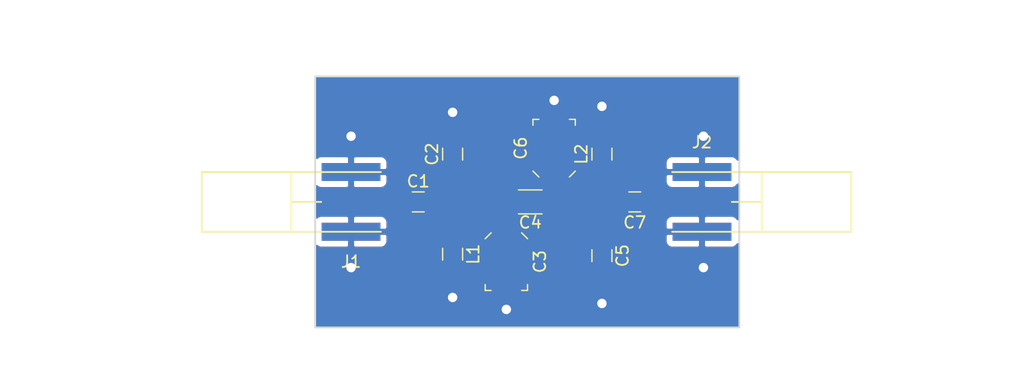
<source format=kicad_pcb>
(kicad_pcb (version 20171130) (host pcbnew "(5.0-dev-4067-g7a57606af)")

  (general
    (thickness 1.6)
    (drawings 13)
    (tracks 10)
    (zones 0)
    (modules 11)
    (nets 6)
  )

  (page A4)
  (layers
    (0 F.Cu signal)
    (31 B.Cu signal)
    (32 B.Adhes user)
    (33 F.Adhes user)
    (34 B.Paste user)
    (35 F.Paste user)
    (36 B.SilkS user)
    (37 F.SilkS user)
    (38 B.Mask user)
    (39 F.Mask user)
    (40 Dwgs.User user)
    (41 Cmts.User user)
    (42 Eco1.User user)
    (43 Eco2.User user)
    (44 Edge.Cuts user)
    (45 Margin user)
    (46 B.CrtYd user)
    (47 F.CrtYd user)
    (48 B.Fab user)
    (49 F.Fab user)
  )

  (setup
    (last_trace_width 0.25)
    (trace_clearance 0.2)
    (zone_clearance 0.508)
    (zone_45_only no)
    (trace_min 0.2)
    (segment_width 0.2)
    (edge_width 0.15)
    (via_size 0.8)
    (via_drill 0.4)
    (via_min_size 0.4)
    (via_min_drill 0.3)
    (user_via 1.2 0.8)
    (uvia_size 0.3)
    (uvia_drill 0.1)
    (uvias_allowed no)
    (uvia_min_size 0.2)
    (uvia_min_drill 0.1)
    (pcb_text_width 0.3)
    (pcb_text_size 1.5 1.5)
    (mod_edge_width 0.15)
    (mod_text_size 1 1)
    (mod_text_width 0.15)
    (pad_size 1.524 1.524)
    (pad_drill 0.762)
    (pad_to_mask_clearance 0.2)
    (aux_axis_origin 0 0)
    (visible_elements FFFFFF7F)
    (pcbplotparams
      (layerselection 0x00000_7fffffff)
      (usegerberextensions false)
      (usegerberattributes false)
      (usegerberadvancedattributes false)
      (creategerberjobfile false)
      (excludeedgelayer true)
      (linewidth 0.100000)
      (plotframeref false)
      (viasonmask false)
      (mode 1)
      (useauxorigin false)
      (hpglpennumber 1)
      (hpglpenspeed 20)
      (hpglpendiameter 15)
      (psnegative false)
      (psa4output false)
      (plotreference true)
      (plotvalue true)
      (plotinvisibletext false)
      (padsonsilk false)
      (subtractmaskfromsilk false)
      (outputformat 4)
      (mirror true)
      (drillshape 2)
      (scaleselection 1)
      (outputdirectory plot/))
  )

  (net 0 "")
  (net 1 "Net-(C1-Pad1)")
  (net 2 GND)
  (net 3 "Net-(C7-Pad1)")
  (net 4 "Net-(C1-Pad2)")
  (net 5 "Net-(C4-Pad1)")

  (net_class Default "This is the default net class."
    (clearance 0.2)
    (trace_width 0.25)
    (via_dia 0.8)
    (via_drill 0.4)
    (uvia_dia 0.3)
    (uvia_drill 0.1)
    (add_net GND)
    (add_net "Net-(C1-Pad1)")
    (add_net "Net-(C1-Pad2)")
    (add_net "Net-(C4-Pad1)")
    (add_net "Net-(C7-Pad1)")
  )

  (module lib:SMA-boardedge (layer F.Cu) (tedit 5A9ABCDF) (tstamp 5AABADD0)
    (at 106.045 91.44 180)
    (path /5A90C91C)
    (fp_text reference J2 (at 0 7.62 180) (layer F.SilkS)
      (effects (font (size 1 1) (thickness 0.15)))
    )
    (fp_text value Conn_Coaxial (at 0 -2.54 180) (layer F.Fab)
      (effects (font (size 1 1) (thickness 0.15)))
    )
    (fp_line (start -12.7 5.08) (end -5.08 5.08) (layer F.SilkS) (width 0.15))
    (fp_line (start -12.7 0) (end -12.7 5.08) (layer F.SilkS) (width 0.15))
    (fp_line (start -5.08 0) (end -12.7 0) (layer F.SilkS) (width 0.15))
    (fp_line (start -2.54 2.54) (end -5.08 2.54) (layer F.SilkS) (width 0.15))
    (fp_line (start -5.08 5.08) (end 2.54 5.08) (layer F.SilkS) (width 0.15))
    (fp_line (start -5.08 0) (end -5.08 5.08) (layer F.SilkS) (width 0.15))
    (fp_line (start 2.54 0) (end -5.08 0) (layer F.SilkS) (width 0.15))
    (pad 2 smd rect (at 0 0 180) (size 5 1.524) (layers B.Cu F.Paste F.Mask)
      (net 2 GND))
    (pad 2 smd rect (at 0 5.08 180) (size 5 1.524) (layers B.Cu F.Paste F.Mask)
      (net 2 GND))
    (pad 2 smd rect (at 0 0 180) (size 5 1.524) (layers F.Cu F.Paste F.Mask)
      (net 2 GND))
    (pad 2 smd rect (at 0 5.08 180) (size 5 1.524) (layers F.Cu F.Paste F.Mask)
      (net 2 GND))
    (pad 1 smd rect (at 0 2.54 180) (size 5 1.524) (layers F.Cu F.Paste F.Mask)
      (net 3 "Net-(C7-Pad1)"))
  )

  (module lib:SMA-boardedge (layer F.Cu) (tedit 5A9ABCDF) (tstamp 5AABADC1)
    (at 76.2 86.36)
    (path /5A908D1D)
    (fp_text reference J1 (at 0 7.62) (layer F.SilkS)
      (effects (font (size 1 1) (thickness 0.15)))
    )
    (fp_text value Conn_Coaxial (at 0 -2.54) (layer F.Fab)
      (effects (font (size 1 1) (thickness 0.15)))
    )
    (fp_line (start 2.54 0) (end -5.08 0) (layer F.SilkS) (width 0.15))
    (fp_line (start -5.08 0) (end -5.08 5.08) (layer F.SilkS) (width 0.15))
    (fp_line (start -5.08 5.08) (end 2.54 5.08) (layer F.SilkS) (width 0.15))
    (fp_line (start -2.54 2.54) (end -5.08 2.54) (layer F.SilkS) (width 0.15))
    (fp_line (start -5.08 0) (end -12.7 0) (layer F.SilkS) (width 0.15))
    (fp_line (start -12.7 0) (end -12.7 5.08) (layer F.SilkS) (width 0.15))
    (fp_line (start -12.7 5.08) (end -5.08 5.08) (layer F.SilkS) (width 0.15))
    (pad 1 smd rect (at 0 2.54) (size 5 1.524) (layers F.Cu F.Paste F.Mask)
      (net 1 "Net-(C1-Pad1)"))
    (pad 2 smd rect (at 0 5.08) (size 5 1.524) (layers F.Cu F.Paste F.Mask)
      (net 2 GND))
    (pad 2 smd rect (at 0 0) (size 5 1.524) (layers F.Cu F.Paste F.Mask)
      (net 2 GND))
    (pad 2 smd rect (at 0 5.08) (size 5 1.524) (layers B.Cu F.Paste F.Mask)
      (net 2 GND))
    (pad 2 smd rect (at 0 0) (size 5 1.524) (layers B.Cu F.Paste F.Mask)
      (net 2 GND))
  )

  (module Capacitors_SMD:C_0805_HandSoldering (layer F.Cu) (tedit 58AA84A8) (tstamp 5A90D098)
    (at 97.536 84.836 90)
    (descr "Capacitor SMD 0805, hand soldering")
    (tags "capacitor 0805")
    (path /5A909D8A)
    (attr smd)
    (fp_text reference L2 (at 0 -1.75 90) (layer F.SilkS)
      (effects (font (size 1 1) (thickness 0.15)))
    )
    (fp_text value 64nH (at 0 1.75 90) (layer F.Fab)
      (effects (font (size 1 1) (thickness 0.15)))
    )
    (fp_line (start 2.25 0.87) (end -2.25 0.87) (layer F.CrtYd) (width 0.05))
    (fp_line (start 2.25 0.87) (end 2.25 -0.88) (layer F.CrtYd) (width 0.05))
    (fp_line (start -2.25 -0.88) (end -2.25 0.87) (layer F.CrtYd) (width 0.05))
    (fp_line (start -2.25 -0.88) (end 2.25 -0.88) (layer F.CrtYd) (width 0.05))
    (fp_line (start -0.5 0.85) (end 0.5 0.85) (layer F.SilkS) (width 0.12))
    (fp_line (start 0.5 -0.85) (end -0.5 -0.85) (layer F.SilkS) (width 0.12))
    (fp_line (start -1 -0.62) (end 1 -0.62) (layer F.Fab) (width 0.1))
    (fp_line (start 1 -0.62) (end 1 0.62) (layer F.Fab) (width 0.1))
    (fp_line (start 1 0.62) (end -1 0.62) (layer F.Fab) (width 0.1))
    (fp_line (start -1 0.62) (end -1 -0.62) (layer F.Fab) (width 0.1))
    (fp_text user %R (at 0 -1.75 90) (layer F.Fab)
      (effects (font (size 1 1) (thickness 0.15)))
    )
    (pad 2 smd rect (at 1.25 0 90) (size 1.5 1.25) (layers F.Cu F.Paste F.Mask)
      (net 2 GND))
    (pad 1 smd rect (at -1.25 0 90) (size 1.5 1.25) (layers F.Cu F.Paste F.Mask)
      (net 5 "Net-(C4-Pad1)"))
    (model Capacitors_SMD.3dshapes/C_0805.wrl
      (at (xyz 0 0 0))
      (scale (xyz 1 1 1))
      (rotate (xyz 0 0 0))
    )
  )

  (module Capacitors_SMD:C_0805_HandSoldering (layer F.Cu) (tedit 58AA84A8) (tstamp 5A90D49B)
    (at 84.836 93.345 270)
    (descr "Capacitor SMD 0805, hand soldering")
    (tags "capacitor 0805")
    (path /5A9089AA)
    (attr smd)
    (fp_text reference L1 (at 0 -1.75 270) (layer F.SilkS)
      (effects (font (size 1 1) (thickness 0.15)))
    )
    (fp_text value 64nH (at 0 1.75 270) (layer F.Fab)
      (effects (font (size 1 1) (thickness 0.15)))
    )
    (fp_text user %R (at 0 -1.75 270) (layer F.Fab)
      (effects (font (size 1 1) (thickness 0.15)))
    )
    (fp_line (start -1 0.62) (end -1 -0.62) (layer F.Fab) (width 0.1))
    (fp_line (start 1 0.62) (end -1 0.62) (layer F.Fab) (width 0.1))
    (fp_line (start 1 -0.62) (end 1 0.62) (layer F.Fab) (width 0.1))
    (fp_line (start -1 -0.62) (end 1 -0.62) (layer F.Fab) (width 0.1))
    (fp_line (start 0.5 -0.85) (end -0.5 -0.85) (layer F.SilkS) (width 0.12))
    (fp_line (start -0.5 0.85) (end 0.5 0.85) (layer F.SilkS) (width 0.12))
    (fp_line (start -2.25 -0.88) (end 2.25 -0.88) (layer F.CrtYd) (width 0.05))
    (fp_line (start -2.25 -0.88) (end -2.25 0.87) (layer F.CrtYd) (width 0.05))
    (fp_line (start 2.25 0.87) (end 2.25 -0.88) (layer F.CrtYd) (width 0.05))
    (fp_line (start 2.25 0.87) (end -2.25 0.87) (layer F.CrtYd) (width 0.05))
    (pad 1 smd rect (at -1.25 0 270) (size 1.5 1.25) (layers F.Cu F.Paste F.Mask)
      (net 4 "Net-(C1-Pad2)"))
    (pad 2 smd rect (at 1.25 0 270) (size 1.5 1.25) (layers F.Cu F.Paste F.Mask)
      (net 2 GND))
    (model Capacitors_SMD.3dshapes/C_0805.wrl
      (at (xyz 0 0 0))
      (scale (xyz 1 1 1))
      (rotate (xyz 0 0 0))
    )
  )

  (module Capacitors_SMD:C_0805_HandSoldering (layer F.Cu) (tedit 58AA84A8) (tstamp 5A90D076)
    (at 100.33 88.9 180)
    (descr "Capacitor SMD 0805, hand soldering")
    (tags "capacitor 0805")
    (path /5A909DA6)
    (attr smd)
    (fp_text reference C7 (at 0 -1.75 180) (layer F.SilkS)
      (effects (font (size 1 1) (thickness 0.15)))
    )
    (fp_text value 4.7pF (at 0 1.75 180) (layer F.Fab)
      (effects (font (size 1 1) (thickness 0.15)))
    )
    (fp_line (start 2.25 0.87) (end -2.25 0.87) (layer F.CrtYd) (width 0.05))
    (fp_line (start 2.25 0.87) (end 2.25 -0.88) (layer F.CrtYd) (width 0.05))
    (fp_line (start -2.25 -0.88) (end -2.25 0.87) (layer F.CrtYd) (width 0.05))
    (fp_line (start -2.25 -0.88) (end 2.25 -0.88) (layer F.CrtYd) (width 0.05))
    (fp_line (start -0.5 0.85) (end 0.5 0.85) (layer F.SilkS) (width 0.12))
    (fp_line (start 0.5 -0.85) (end -0.5 -0.85) (layer F.SilkS) (width 0.12))
    (fp_line (start -1 -0.62) (end 1 -0.62) (layer F.Fab) (width 0.1))
    (fp_line (start 1 -0.62) (end 1 0.62) (layer F.Fab) (width 0.1))
    (fp_line (start 1 0.62) (end -1 0.62) (layer F.Fab) (width 0.1))
    (fp_line (start -1 0.62) (end -1 -0.62) (layer F.Fab) (width 0.1))
    (fp_text user %R (at 0 -1.75 180) (layer F.Fab)
      (effects (font (size 1 1) (thickness 0.15)))
    )
    (pad 2 smd rect (at 1.25 0 180) (size 1.5 1.25) (layers F.Cu F.Paste F.Mask)
      (net 5 "Net-(C4-Pad1)"))
    (pad 1 smd rect (at -1.25 0 180) (size 1.5 1.25) (layers F.Cu F.Paste F.Mask)
      (net 3 "Net-(C7-Pad1)"))
    (model Capacitors_SMD.3dshapes/C_0805.wrl
      (at (xyz 0 0 0))
      (scale (xyz 1 1 1))
      (rotate (xyz 0 0 0))
    )
  )

  (module Capacitors_SMD:C_0805_HandSoldering (layer F.Cu) (tedit 58AA84A8) (tstamp 5A90D414)
    (at 97.536 93.472 270)
    (descr "Capacitor SMD 0805, hand soldering")
    (tags "capacitor 0805")
    (path /5A909D83)
    (attr smd)
    (fp_text reference C5 (at 0 -1.75 270) (layer F.SilkS)
      (effects (font (size 1 1) (thickness 0.15)))
    )
    (fp_text value 10pF (at 0 1.75 270) (layer F.Fab)
      (effects (font (size 1 1) (thickness 0.15)))
    )
    (fp_text user %R (at 0 -1.75 270) (layer F.Fab)
      (effects (font (size 1 1) (thickness 0.15)))
    )
    (fp_line (start -1 0.62) (end -1 -0.62) (layer F.Fab) (width 0.1))
    (fp_line (start 1 0.62) (end -1 0.62) (layer F.Fab) (width 0.1))
    (fp_line (start 1 -0.62) (end 1 0.62) (layer F.Fab) (width 0.1))
    (fp_line (start -1 -0.62) (end 1 -0.62) (layer F.Fab) (width 0.1))
    (fp_line (start 0.5 -0.85) (end -0.5 -0.85) (layer F.SilkS) (width 0.12))
    (fp_line (start -0.5 0.85) (end 0.5 0.85) (layer F.SilkS) (width 0.12))
    (fp_line (start -2.25 -0.88) (end 2.25 -0.88) (layer F.CrtYd) (width 0.05))
    (fp_line (start -2.25 -0.88) (end -2.25 0.87) (layer F.CrtYd) (width 0.05))
    (fp_line (start 2.25 0.87) (end 2.25 -0.88) (layer F.CrtYd) (width 0.05))
    (fp_line (start 2.25 0.87) (end -2.25 0.87) (layer F.CrtYd) (width 0.05))
    (pad 1 smd rect (at -1.25 0 270) (size 1.5 1.25) (layers F.Cu F.Paste F.Mask)
      (net 5 "Net-(C4-Pad1)"))
    (pad 2 smd rect (at 1.25 0 270) (size 1.5 1.25) (layers F.Cu F.Paste F.Mask)
      (net 2 GND))
    (model Capacitors_SMD.3dshapes/C_0805.wrl
      (at (xyz 0 0 0))
      (scale (xyz 1 1 1))
      (rotate (xyz 0 0 0))
    )
  )

  (module Capacitors_SMD:C_0805_HandSoldering (layer F.Cu) (tedit 58AA84A8) (tstamp 5A90D054)
    (at 84.836 84.836 90)
    (descr "Capacitor SMD 0805, hand soldering")
    (tags "capacitor 0805")
    (path /5A908668)
    (attr smd)
    (fp_text reference C2 (at 0 -1.75 90) (layer F.SilkS)
      (effects (font (size 1 1) (thickness 0.15)))
    )
    (fp_text value 10pF (at 0 1.75 90) (layer F.Fab)
      (effects (font (size 1 1) (thickness 0.15)))
    )
    (fp_line (start 2.25 0.87) (end -2.25 0.87) (layer F.CrtYd) (width 0.05))
    (fp_line (start 2.25 0.87) (end 2.25 -0.88) (layer F.CrtYd) (width 0.05))
    (fp_line (start -2.25 -0.88) (end -2.25 0.87) (layer F.CrtYd) (width 0.05))
    (fp_line (start -2.25 -0.88) (end 2.25 -0.88) (layer F.CrtYd) (width 0.05))
    (fp_line (start -0.5 0.85) (end 0.5 0.85) (layer F.SilkS) (width 0.12))
    (fp_line (start 0.5 -0.85) (end -0.5 -0.85) (layer F.SilkS) (width 0.12))
    (fp_line (start -1 -0.62) (end 1 -0.62) (layer F.Fab) (width 0.1))
    (fp_line (start 1 -0.62) (end 1 0.62) (layer F.Fab) (width 0.1))
    (fp_line (start 1 0.62) (end -1 0.62) (layer F.Fab) (width 0.1))
    (fp_line (start -1 0.62) (end -1 -0.62) (layer F.Fab) (width 0.1))
    (fp_text user %R (at 0 -1.75 90) (layer F.Fab)
      (effects (font (size 1 1) (thickness 0.15)))
    )
    (pad 2 smd rect (at 1.25 0 90) (size 1.5 1.25) (layers F.Cu F.Paste F.Mask)
      (net 2 GND))
    (pad 1 smd rect (at -1.25 0 90) (size 1.5 1.25) (layers F.Cu F.Paste F.Mask)
      (net 4 "Net-(C1-Pad2)"))
    (model Capacitors_SMD.3dshapes/C_0805.wrl
      (at (xyz 0 0 0))
      (scale (xyz 1 1 1))
      (rotate (xyz 0 0 0))
    )
  )

  (module Capacitors_SMD:C_0805_HandSoldering (layer F.Cu) (tedit 58AA84A8) (tstamp 5A90D043)
    (at 81.915 88.9)
    (descr "Capacitor SMD 0805, hand soldering")
    (tags "capacitor 0805")
    (path /5A9093E9)
    (attr smd)
    (fp_text reference C1 (at 0 -1.75) (layer F.SilkS)
      (effects (font (size 1 1) (thickness 0.15)))
    )
    (fp_text value 4.7pF (at 0 1.75) (layer F.Fab)
      (effects (font (size 1 1) (thickness 0.15)))
    )
    (fp_text user %R (at 0 -1.75) (layer F.Fab)
      (effects (font (size 1 1) (thickness 0.15)))
    )
    (fp_line (start -1 0.62) (end -1 -0.62) (layer F.Fab) (width 0.1))
    (fp_line (start 1 0.62) (end -1 0.62) (layer F.Fab) (width 0.1))
    (fp_line (start 1 -0.62) (end 1 0.62) (layer F.Fab) (width 0.1))
    (fp_line (start -1 -0.62) (end 1 -0.62) (layer F.Fab) (width 0.1))
    (fp_line (start 0.5 -0.85) (end -0.5 -0.85) (layer F.SilkS) (width 0.12))
    (fp_line (start -0.5 0.85) (end 0.5 0.85) (layer F.SilkS) (width 0.12))
    (fp_line (start -2.25 -0.88) (end 2.25 -0.88) (layer F.CrtYd) (width 0.05))
    (fp_line (start -2.25 -0.88) (end -2.25 0.87) (layer F.CrtYd) (width 0.05))
    (fp_line (start 2.25 0.87) (end 2.25 -0.88) (layer F.CrtYd) (width 0.05))
    (fp_line (start 2.25 0.87) (end -2.25 0.87) (layer F.CrtYd) (width 0.05))
    (pad 1 smd rect (at -1.25 0) (size 1.5 1.25) (layers F.Cu F.Paste F.Mask)
      (net 1 "Net-(C1-Pad1)"))
    (pad 2 smd rect (at 1.25 0) (size 1.5 1.25) (layers F.Cu F.Paste F.Mask)
      (net 4 "Net-(C1-Pad2)"))
    (model Capacitors_SMD.3dshapes/C_0805.wrl
      (at (xyz 0 0 0))
      (scale (xyz 1 1 1))
      (rotate (xyz 0 0 0))
    )
  )

  (module Capacitors_SMD:C_1206_HandSoldering (layer F.Cu) (tedit 58AA84D1) (tstamp 5A90D032)
    (at 91.44 88.9 180)
    (descr "Capacitor SMD 1206, hand soldering")
    (tags "capacitor 1206")
    (path /5A90920D)
    (attr smd)
    (fp_text reference C4 (at 0 -1.75 180) (layer F.SilkS)
      (effects (font (size 1 1) (thickness 0.15)))
    )
    (fp_text value 1pF (at 0 2 180) (layer F.Fab)
      (effects (font (size 1 1) (thickness 0.15)))
    )
    (fp_text user %R (at 0 -1.75 180) (layer F.Fab)
      (effects (font (size 1 1) (thickness 0.15)))
    )
    (fp_line (start -1.6 0.8) (end -1.6 -0.8) (layer F.Fab) (width 0.1))
    (fp_line (start 1.6 0.8) (end -1.6 0.8) (layer F.Fab) (width 0.1))
    (fp_line (start 1.6 -0.8) (end 1.6 0.8) (layer F.Fab) (width 0.1))
    (fp_line (start -1.6 -0.8) (end 1.6 -0.8) (layer F.Fab) (width 0.1))
    (fp_line (start 1 -1.02) (end -1 -1.02) (layer F.SilkS) (width 0.12))
    (fp_line (start -1 1.02) (end 1 1.02) (layer F.SilkS) (width 0.12))
    (fp_line (start -3.25 -1.05) (end 3.25 -1.05) (layer F.CrtYd) (width 0.05))
    (fp_line (start -3.25 -1.05) (end -3.25 1.05) (layer F.CrtYd) (width 0.05))
    (fp_line (start 3.25 1.05) (end 3.25 -1.05) (layer F.CrtYd) (width 0.05))
    (fp_line (start 3.25 1.05) (end -3.25 1.05) (layer F.CrtYd) (width 0.05))
    (pad 1 smd rect (at -2 0 180) (size 2 1.6) (layers F.Cu F.Paste F.Mask)
      (net 5 "Net-(C4-Pad1)"))
    (pad 2 smd rect (at 2 0 180) (size 2 1.6) (layers F.Cu F.Paste F.Mask)
      (net 4 "Net-(C1-Pad2)"))
    (model Capacitors_SMD.3dshapes/C_1206.wrl
      (at (xyz 0 0 0))
      (scale (xyz 1 1 1))
      (rotate (xyz 0 0 0))
    )
  )

  (module Capacitors_SMD:C_Trimmer_Murata_TZC3 (layer F.Cu) (tedit 590DA842) (tstamp 5A90D021)
    (at 93.472 84.328 90)
    (descr "trimmer capacitor SMD horizontal, http://www.murata.com/~/media/webrenewal/support/library/catalog/products/capacitor/trimmer/t13e.ashx?la=en-gb")
    (tags " Murata TZC3")
    (path /5A909D7C)
    (attr smd)
    (fp_text reference C6 (at 0 -2.85 90) (layer F.SilkS)
      (effects (font (size 1 1) (thickness 0.15)))
    )
    (fp_text value 2-6pF (at 0 2.85 90) (layer F.Fab)
      (effects (font (size 1 1) (thickness 0.15)))
    )
    (fp_text user %R (at 0 0 90) (layer F.Fab)
      (effects (font (size 0.5 0.5) (thickness 0.05)))
    )
    (fp_line (start 2.75 -1.85) (end -2.75 -1.85) (layer F.CrtYd) (width 0.05))
    (fp_line (start 2.75 1.85) (end 2.75 -1.85) (layer F.CrtYd) (width 0.05))
    (fp_line (start -2.75 1.85) (end 2.75 1.85) (layer F.CrtYd) (width 0.05))
    (fp_line (start -2.75 -1.85) (end -2.75 1.85) (layer F.CrtYd) (width 0.05))
    (fp_line (start 2.45 1.8) (end 2.45 1.3) (layer F.SilkS) (width 0.12))
    (fp_line (start 2.45 1.8) (end 1.95 1.8) (layer F.SilkS) (width 0.12))
    (fp_line (start 2.45 -1.8) (end 2.45 -1.3) (layer F.SilkS) (width 0.12))
    (fp_line (start 2.45 -1.8) (end 1.95 -1.8) (layer F.SilkS) (width 0.12))
    (fp_line (start -2.45 1.3) (end -1.95 1.8) (layer F.SilkS) (width 0.12))
    (fp_line (start -2.45 -1.3) (end -1.95 -1.8) (layer F.SilkS) (width 0.12))
    (fp_line (start -2.25 -1) (end -1.95 -1.3) (layer F.Fab) (width 0.1))
    (fp_line (start -2.25 1) (end -2.25 -1) (layer F.Fab) (width 0.1))
    (fp_line (start -1.95 1.3) (end -2.25 1) (layer F.Fab) (width 0.1))
    (fp_line (start -1.65 1.6) (end -1.95 1.3) (layer F.Fab) (width 0.1))
    (fp_line (start 2.24 1.6) (end -1.65 1.6) (layer F.Fab) (width 0.1))
    (fp_line (start 2.25 1.6) (end 2.24 1.6) (layer F.Fab) (width 0.1))
    (fp_line (start 2.25 1.59) (end 2.25 1.6) (layer F.Fab) (width 0.1))
    (fp_line (start 2.25 -1.59) (end 2.25 1.59) (layer F.Fab) (width 0.1))
    (fp_line (start 2.25 -1.6) (end 2.25 -1.59) (layer F.Fab) (width 0.1))
    (fp_line (start 2.24 -1.6) (end 2.25 -1.6) (layer F.Fab) (width 0.1))
    (fp_line (start -1.65 -1.6) (end 2.24 -1.6) (layer F.Fab) (width 0.1))
    (fp_line (start -1.95 -1.3) (end -1.65 -1.6) (layer F.Fab) (width 0.1))
    (fp_circle (center 0 0) (end 1.6 0) (layer F.Fab) (width 0.1))
    (pad 2 smd rect (at 2.075 0 90) (size 0.85 1) (layers F.Cu F.Paste F.Mask)
      (net 2 GND))
    (pad 1 smd rect (at -2.075 0 90) (size 0.85 1) (layers F.Cu F.Paste F.Mask)
      (net 5 "Net-(C4-Pad1)"))
    (model ${KISYS3DMOD}/Capacitors_SMD.3dshapes/C_Trimmer_Murata_TZC3.wrl
      (at (xyz 0 0 0))
      (scale (xyz 1 1 1))
      (rotate (xyz 0 0 0))
    )
  )

  (module Capacitors_SMD:C_Trimmer_Murata_TZC3 (layer F.Cu) (tedit 590DA842) (tstamp 5AABB15C)
    (at 89.408 93.98 270)
    (descr "trimmer capacitor SMD horizontal, http://www.murata.com/~/media/webrenewal/support/library/catalog/products/capacitor/trimmer/t13e.ashx?la=en-gb")
    (tags " Murata TZC3")
    (path /5A90853C)
    (attr smd)
    (fp_text reference C3 (at 0 -2.85 270) (layer F.SilkS)
      (effects (font (size 1 1) (thickness 0.15)))
    )
    (fp_text value 2-6pF (at 0 2.85 270) (layer F.Fab)
      (effects (font (size 1 1) (thickness 0.15)))
    )
    (fp_circle (center 0 0) (end 1.6 0) (layer F.Fab) (width 0.1))
    (fp_line (start -1.95 -1.3) (end -1.65 -1.6) (layer F.Fab) (width 0.1))
    (fp_line (start -1.65 -1.6) (end 2.24 -1.6) (layer F.Fab) (width 0.1))
    (fp_line (start 2.24 -1.6) (end 2.25 -1.6) (layer F.Fab) (width 0.1))
    (fp_line (start 2.25 -1.6) (end 2.25 -1.59) (layer F.Fab) (width 0.1))
    (fp_line (start 2.25 -1.59) (end 2.25 1.59) (layer F.Fab) (width 0.1))
    (fp_line (start 2.25 1.59) (end 2.25 1.6) (layer F.Fab) (width 0.1))
    (fp_line (start 2.25 1.6) (end 2.24 1.6) (layer F.Fab) (width 0.1))
    (fp_line (start 2.24 1.6) (end -1.65 1.6) (layer F.Fab) (width 0.1))
    (fp_line (start -1.65 1.6) (end -1.95 1.3) (layer F.Fab) (width 0.1))
    (fp_line (start -1.95 1.3) (end -2.25 1) (layer F.Fab) (width 0.1))
    (fp_line (start -2.25 1) (end -2.25 -1) (layer F.Fab) (width 0.1))
    (fp_line (start -2.25 -1) (end -1.95 -1.3) (layer F.Fab) (width 0.1))
    (fp_line (start -2.45 -1.3) (end -1.95 -1.8) (layer F.SilkS) (width 0.12))
    (fp_line (start -2.45 1.3) (end -1.95 1.8) (layer F.SilkS) (width 0.12))
    (fp_line (start 2.45 -1.8) (end 1.95 -1.8) (layer F.SilkS) (width 0.12))
    (fp_line (start 2.45 -1.8) (end 2.45 -1.3) (layer F.SilkS) (width 0.12))
    (fp_line (start 2.45 1.8) (end 1.95 1.8) (layer F.SilkS) (width 0.12))
    (fp_line (start 2.45 1.8) (end 2.45 1.3) (layer F.SilkS) (width 0.12))
    (fp_line (start -2.75 -1.85) (end -2.75 1.85) (layer F.CrtYd) (width 0.05))
    (fp_line (start -2.75 1.85) (end 2.75 1.85) (layer F.CrtYd) (width 0.05))
    (fp_line (start 2.75 1.85) (end 2.75 -1.85) (layer F.CrtYd) (width 0.05))
    (fp_line (start 2.75 -1.85) (end -2.75 -1.85) (layer F.CrtYd) (width 0.05))
    (fp_text user %R (at 0 0 270) (layer F.Fab)
      (effects (font (size 0.5 0.5) (thickness 0.05)))
    )
    (pad 1 smd rect (at -2.075 0 270) (size 0.85 1) (layers F.Cu F.Paste F.Mask)
      (net 4 "Net-(C1-Pad2)"))
    (pad 2 smd rect (at 2.075 0 270) (size 0.85 1) (layers F.Cu F.Paste F.Mask)
      (net 2 GND))
    (model ${KISYS3DMOD}/Capacitors_SMD.3dshapes/C_Trimmer_Murata_TZC3.wrl
      (at (xyz 0 0 0))
      (scale (xyz 1 1 1))
      (rotate (xyz 0 0 0))
    )
  )

  (gr_line (start 73.152 78.232) (end 73.152 99.568) (layer Edge.Cuts) (width 0.15))
  (gr_line (start 109.22 99.568) (end 73.152 99.568) (layer Edge.Cuts) (width 0.15))
  (gr_line (start 109.22 78.232) (end 109.22 99.568) (layer Edge.Cuts) (width 0.15))
  (gr_line (start 73.152 78.232) (end 109.22 78.232) (layer Edge.Cuts) (width 0.15))
  (gr_line (start 73.025 99.695) (end 109.22 99.695) (layer Cmts.User) (width 0.2))
  (gr_line (start 73.025 78.105) (end 109.22 78.105) (layer Cmts.User) (width 0.2))
  (gr_line (start 109.22 78.105) (end 109.22 101.6) (layer Cmts.User) (width 0.2))
  (gr_line (start 73.025 77.47) (end 73.025 104.14) (layer Cmts.User) (width 0.2))
  (dimension 36.195 (width 0.3) (layer Cmts.User)
    (gr_text "36.195 mm" (at 91.1225 73.58) (layer Cmts.User)
      (effects (font (size 1.5 1.5) (thickness 0.3)))
    )
    (feature1 (pts (xy 109.22 78.105) (xy 109.22 72.23)))
    (feature2 (pts (xy 73.025 78.105) (xy 73.025 72.23)))
    (crossbar (pts (xy 73.025 74.93) (xy 109.22 74.93)))
    (arrow1a (pts (xy 109.22 74.93) (xy 108.093496 75.516421)))
    (arrow1b (pts (xy 109.22 74.93) (xy 108.093496 74.343579)))
    (arrow2a (pts (xy 73.025 74.93) (xy 74.151504 75.516421)))
    (arrow2b (pts (xy 73.025 74.93) (xy 74.151504 74.343579)))
  )
  (dimension 21.59 (width 0.3) (layer Cmts.User)
    (gr_text "21.590 mm" (at 52.625 88.9 270) (layer Cmts.User)
      (effects (font (size 1.5 1.5) (thickness 0.3)))
    )
    (feature1 (pts (xy 58.42 99.695) (xy 51.275 99.695)))
    (feature2 (pts (xy 58.42 78.105) (xy 51.275 78.105)))
    (crossbar (pts (xy 53.975 78.105) (xy 53.975 99.695)))
    (arrow1a (pts (xy 53.975 99.695) (xy 53.388579 98.568496)))
    (arrow1b (pts (xy 53.975 99.695) (xy 54.561421 98.568496)))
    (arrow2a (pts (xy 53.975 78.105) (xy 53.388579 79.231504)))
    (arrow2b (pts (xy 53.975 78.105) (xy 54.561421 79.231504)))
  )
  (dimension 10.795 (width 0.3) (layer Cmts.User)
    (gr_text "10.795 mm" (at 61.515 94.2975 270) (layer Cmts.User)
      (effects (font (size 1.5 1.5) (thickness 0.3)))
    )
    (feature1 (pts (xy 68.58 99.695) (xy 60.165 99.695)))
    (feature2 (pts (xy 68.58 88.9) (xy 60.165 88.9)))
    (crossbar (pts (xy 62.865 88.9) (xy 62.865 99.695)))
    (arrow1a (pts (xy 62.865 99.695) (xy 62.278579 98.568496)))
    (arrow1b (pts (xy 62.865 99.695) (xy 63.451421 98.568496)))
    (arrow2a (pts (xy 62.865 88.9) (xy 62.278579 90.026504)))
    (arrow2b (pts (xy 62.865 88.9) (xy 63.451421 90.026504)))
  )
  (dimension 10.795 (width 0.3) (layer Cmts.User)
    (gr_text "10.795 mm" (at 61.515 83.5025 90) (layer Cmts.User)
      (effects (font (size 1.5 1.5) (thickness 0.3)))
    )
    (feature1 (pts (xy 68.58 78.105) (xy 60.165 78.105)))
    (feature2 (pts (xy 68.58 88.9) (xy 60.165 88.9)))
    (crossbar (pts (xy 62.865 88.9) (xy 62.865 78.105)))
    (arrow1a (pts (xy 62.865 78.105) (xy 63.451421 79.231504)))
    (arrow1b (pts (xy 62.865 78.105) (xy 62.278579 79.231504)))
    (arrow2a (pts (xy 62.865 88.9) (xy 63.451421 87.773496)))
    (arrow2b (pts (xy 62.865 88.9) (xy 62.278579 87.773496)))
  )
  (gr_line (start 133.35 88.9) (end 68.58 88.9) (layer Cmts.User) (width 0.2))

  (via (at 97.536 80.772) (size 1.2) (drill 0.8) (layers F.Cu B.Cu) (net 2))
  (via (at 93.472 80.264) (size 1.2) (drill 0.8) (layers F.Cu B.Cu) (net 2))
  (via (at 84.836 81.28) (size 1.2) (drill 0.8) (layers F.Cu B.Cu) (net 2))
  (via (at 84.836 97.028) (size 1.2) (drill 0.8) (layers F.Cu B.Cu) (net 2))
  (via (at 89.408 98.044) (size 1.2) (drill 0.8) (layers F.Cu B.Cu) (net 2))
  (via (at 97.536 97.536) (size 1.2) (drill 0.8) (layers F.Cu B.Cu) (net 2))
  (via (at 106.172 94.488) (size 1.2) (drill 0.8) (layers F.Cu B.Cu) (net 2))
  (via (at 106.172 83.312) (size 1.2) (drill 0.8) (layers F.Cu B.Cu) (net 2))
  (via (at 76.2 83.312) (size 1.2) (drill 0.8) (layers F.Cu B.Cu) (net 2))
  (via (at 76.2 94.488) (size 1.2) (drill 0.8) (layers F.Cu B.Cu) (net 2))

  (zone (net 4) (net_name "Net-(C1-Pad2)") (layer F.Cu) (tstamp 0) (hatch edge 0.508)
    (connect_pads (clearance 0.508))
    (min_thickness 0.254)
    (fill yes (arc_segments 16) (thermal_gap 0.508) (thermal_bridge_width 0.508))
    (polygon
      (pts
        (xy 82.296 88.9) (xy 82.296 92.964) (xy 90.932 92.964) (xy 90.932 87.884) (xy 86.868 87.884)
        (xy 86.868 85.344) (xy 82.296 85.344)
      )
    )
    (filled_polygon
      (pts
        (xy 83.576 85.80025) (xy 83.73475 85.959) (xy 84.709 85.959) (xy 84.709 85.939) (xy 84.963 85.939)
        (xy 84.963 85.959) (xy 85.93725 85.959) (xy 86.096 85.80025) (xy 86.096 85.471) (xy 86.741 85.471)
        (xy 86.741 87.884) (xy 86.750667 87.932601) (xy 86.778197 87.973803) (xy 86.819399 88.001333) (xy 86.868 88.011)
        (xy 87.805 88.011) (xy 87.805 88.61425) (xy 87.96375 88.773) (xy 89.313 88.773) (xy 89.313 88.753)
        (xy 89.567 88.753) (xy 89.567 88.773) (xy 89.587 88.773) (xy 89.587 89.027) (xy 89.567 89.027)
        (xy 89.567 90.17625) (xy 89.72575 90.335) (xy 90.566309 90.335) (xy 90.799698 90.238327) (xy 90.805 90.233025)
        (xy 90.805 92.837) (xy 90.299026 92.837) (xy 90.446327 92.689698) (xy 90.543 92.456309) (xy 90.543 92.19075)
        (xy 90.38425 92.032) (xy 89.535 92.032) (xy 89.535 92.052) (xy 89.281 92.052) (xy 89.281 92.032)
        (xy 88.43175 92.032) (xy 88.273 92.19075) (xy 88.273 92.456309) (xy 88.369673 92.689698) (xy 88.516974 92.837)
        (xy 86.096 92.837) (xy 86.096 92.38075) (xy 85.93725 92.222) (xy 84.963 92.222) (xy 84.963 92.242)
        (xy 84.709 92.242) (xy 84.709 92.222) (xy 83.73475 92.222) (xy 83.576 92.38075) (xy 83.576 92.837)
        (xy 82.423 92.837) (xy 82.423 91.218691) (xy 83.576 91.218691) (xy 83.576 91.80925) (xy 83.73475 91.968)
        (xy 84.709 91.968) (xy 84.709 90.86875) (xy 84.963 90.86875) (xy 84.963 91.968) (xy 85.93725 91.968)
        (xy 86.096 91.80925) (xy 86.096 91.353691) (xy 88.273 91.353691) (xy 88.273 91.61925) (xy 88.43175 91.778)
        (xy 89.281 91.778) (xy 89.281 91.00375) (xy 89.535 91.00375) (xy 89.535 91.778) (xy 90.38425 91.778)
        (xy 90.543 91.61925) (xy 90.543 91.353691) (xy 90.446327 91.120302) (xy 90.267699 90.941673) (xy 90.03431 90.845)
        (xy 89.69375 90.845) (xy 89.535 91.00375) (xy 89.281 91.00375) (xy 89.12225 90.845) (xy 88.78169 90.845)
        (xy 88.548301 90.941673) (xy 88.369673 91.120302) (xy 88.273 91.353691) (xy 86.096 91.353691) (xy 86.096 91.218691)
        (xy 85.999327 90.985302) (xy 85.820699 90.806673) (xy 85.58731 90.71) (xy 85.12175 90.71) (xy 84.963 90.86875)
        (xy 84.709 90.86875) (xy 84.55025 90.71) (xy 84.08469 90.71) (xy 83.851301 90.806673) (xy 83.672673 90.985302)
        (xy 83.576 91.218691) (xy 82.423 91.218691) (xy 82.423 90.16) (xy 82.87925 90.16) (xy 83.038 90.00125)
        (xy 83.038 89.027) (xy 83.292 89.027) (xy 83.292 90.00125) (xy 83.45075 90.16) (xy 84.041309 90.16)
        (xy 84.274698 90.063327) (xy 84.453327 89.884699) (xy 84.55 89.65131) (xy 84.55 89.18575) (xy 87.805 89.18575)
        (xy 87.805 89.82631) (xy 87.901673 90.059699) (xy 88.080302 90.238327) (xy 88.313691 90.335) (xy 89.15425 90.335)
        (xy 89.313 90.17625) (xy 89.313 89.027) (xy 87.96375 89.027) (xy 87.805 89.18575) (xy 84.55 89.18575)
        (xy 84.39125 89.027) (xy 83.292 89.027) (xy 83.038 89.027) (xy 83.018 89.027) (xy 83.018 88.773)
        (xy 83.038 88.773) (xy 83.038 87.79875) (xy 83.292 87.79875) (xy 83.292 88.773) (xy 84.39125 88.773)
        (xy 84.55 88.61425) (xy 84.55 88.14869) (xy 84.453327 87.915301) (xy 84.274698 87.736673) (xy 84.041309 87.64)
        (xy 83.45075 87.64) (xy 83.292 87.79875) (xy 83.038 87.79875) (xy 82.87925 87.64) (xy 82.423 87.64)
        (xy 82.423 86.37175) (xy 83.576 86.37175) (xy 83.576 86.962309) (xy 83.672673 87.195698) (xy 83.851301 87.374327)
        (xy 84.08469 87.471) (xy 84.55025 87.471) (xy 84.709 87.31225) (xy 84.709 86.213) (xy 84.963 86.213)
        (xy 84.963 87.31225) (xy 85.12175 87.471) (xy 85.58731 87.471) (xy 85.820699 87.374327) (xy 85.999327 87.195698)
        (xy 86.096 86.962309) (xy 86.096 86.37175) (xy 85.93725 86.213) (xy 84.963 86.213) (xy 84.709 86.213)
        (xy 83.73475 86.213) (xy 83.576 86.37175) (xy 82.423 86.37175) (xy 82.423 85.471) (xy 83.576 85.471)
      )
    )
  )
  (zone (net 5) (net_name "Net-(C4-Pad1)") (layer F.Cu) (tstamp 0) (hatch edge 0.508)
    (connect_pads (clearance 0.508))
    (min_thickness 0.254)
    (fill yes (arc_segments 16) (thermal_gap 0.508) (thermal_bridge_width 0.508))
    (polygon
      (pts
        (xy 92.456 88.9) (xy 92.456 85.344) (xy 100.076 85.344) (xy 100.076 92.964) (xy 96.012 92.964)
        (xy 96.012 89.916) (xy 92.456 89.916)
      )
    )
    (filled_polygon
      (pts
        (xy 96.276 85.80025) (xy 96.43475 85.959) (xy 97.409 85.959) (xy 97.409 85.939) (xy 97.663 85.939)
        (xy 97.663 85.959) (xy 98.63725 85.959) (xy 98.796 85.80025) (xy 98.796 85.471) (xy 99.949 85.471)
        (xy 99.949 87.64) (xy 99.36575 87.64) (xy 99.207 87.79875) (xy 99.207 88.773) (xy 99.227 88.773)
        (xy 99.227 89.027) (xy 99.207 89.027) (xy 99.207 90.00125) (xy 99.36575 90.16) (xy 99.949 90.16)
        (xy 99.949 92.837) (xy 98.796 92.837) (xy 98.796 92.50775) (xy 98.63725 92.349) (xy 97.663 92.349)
        (xy 97.663 92.369) (xy 97.409 92.369) (xy 97.409 92.349) (xy 96.43475 92.349) (xy 96.276 92.50775)
        (xy 96.276 92.837) (xy 96.139 92.837) (xy 96.139 91.345691) (xy 96.276 91.345691) (xy 96.276 91.93625)
        (xy 96.43475 92.095) (xy 97.409 92.095) (xy 97.409 90.99575) (xy 97.663 90.99575) (xy 97.663 92.095)
        (xy 98.63725 92.095) (xy 98.796 91.93625) (xy 98.796 91.345691) (xy 98.699327 91.112302) (xy 98.520699 90.933673)
        (xy 98.28731 90.837) (xy 97.82175 90.837) (xy 97.663 90.99575) (xy 97.409 90.99575) (xy 97.25025 90.837)
        (xy 96.78469 90.837) (xy 96.551301 90.933673) (xy 96.372673 91.112302) (xy 96.276 91.345691) (xy 96.139 91.345691)
        (xy 96.139 89.916) (xy 96.129333 89.867399) (xy 96.101803 89.826197) (xy 96.060601 89.798667) (xy 96.012 89.789)
        (xy 95.075 89.789) (xy 95.075 89.18575) (xy 97.695 89.18575) (xy 97.695 89.65131) (xy 97.791673 89.884699)
        (xy 97.970302 90.063327) (xy 98.203691 90.16) (xy 98.79425 90.16) (xy 98.953 90.00125) (xy 98.953 89.027)
        (xy 97.85375 89.027) (xy 97.695 89.18575) (xy 95.075 89.18575) (xy 94.91625 89.027) (xy 93.567 89.027)
        (xy 93.567 89.047) (xy 93.313 89.047) (xy 93.313 89.027) (xy 93.293 89.027) (xy 93.293 88.773)
        (xy 93.313 88.773) (xy 93.313 87.62375) (xy 93.567 87.62375) (xy 93.567 88.773) (xy 94.91625 88.773)
        (xy 95.075 88.61425) (xy 95.075 88.14869) (xy 97.695 88.14869) (xy 97.695 88.61425) (xy 97.85375 88.773)
        (xy 98.953 88.773) (xy 98.953 87.79875) (xy 98.79425 87.64) (xy 98.203691 87.64) (xy 97.970302 87.736673)
        (xy 97.791673 87.915301) (xy 97.695 88.14869) (xy 95.075 88.14869) (xy 95.075 87.97369) (xy 94.978327 87.740301)
        (xy 94.799698 87.561673) (xy 94.566309 87.465) (xy 93.72575 87.465) (xy 93.567 87.62375) (xy 93.313 87.62375)
        (xy 93.15425 87.465) (xy 92.583 87.465) (xy 92.583 87.337026) (xy 92.612301 87.366327) (xy 92.84569 87.463)
        (xy 93.18625 87.463) (xy 93.345 87.30425) (xy 93.345 86.53) (xy 93.599 86.53) (xy 93.599 87.30425)
        (xy 93.75775 87.463) (xy 94.09831 87.463) (xy 94.331699 87.366327) (xy 94.510327 87.187698) (xy 94.607 86.954309)
        (xy 94.607 86.68875) (xy 94.44825 86.53) (xy 93.599 86.53) (xy 93.345 86.53) (xy 93.325 86.53)
        (xy 93.325 86.37175) (xy 96.276 86.37175) (xy 96.276 86.962309) (xy 96.372673 87.195698) (xy 96.551301 87.374327)
        (xy 96.78469 87.471) (xy 97.25025 87.471) (xy 97.409 87.31225) (xy 97.409 86.213) (xy 97.663 86.213)
        (xy 97.663 87.31225) (xy 97.82175 87.471) (xy 98.28731 87.471) (xy 98.520699 87.374327) (xy 98.699327 87.195698)
        (xy 98.796 86.962309) (xy 98.796 86.37175) (xy 98.63725 86.213) (xy 97.663 86.213) (xy 97.409 86.213)
        (xy 96.43475 86.213) (xy 96.276 86.37175) (xy 93.325 86.37175) (xy 93.325 86.276) (xy 93.345 86.276)
        (xy 93.345 86.256) (xy 93.599 86.256) (xy 93.599 86.276) (xy 94.44825 86.276) (xy 94.607 86.11725)
        (xy 94.607 85.851691) (xy 94.510327 85.618302) (xy 94.363026 85.471) (xy 96.276 85.471)
      )
    )
  )
  (zone (net 2) (net_name GND) (layer F.Cu) (tstamp 0) (hatch edge 0.508)
    (connect_pads (clearance 0.508))
    (min_thickness 0.254)
    (fill yes (arc_segments 16) (thermal_gap 0.508) (thermal_bridge_width 0.508))
    (polygon
      (pts
        (xy 73.152 87.376) (xy 80.264 87.376) (xy 80.264 84.328) (xy 98.552 84.328) (xy 102.108 84.328)
        (xy 102.108 87.376) (xy 109.22 87.376) (xy 109.22 78.232) (xy 73.152 78.232)
      )
    )
    (filled_polygon
      (pts
        (xy 109.093 85.261654) (xy 109.083327 85.238301) (xy 108.904698 85.059673) (xy 108.671309 84.963) (xy 106.33075 84.963)
        (xy 106.172 85.12175) (xy 106.172 86.233) (xy 106.192 86.233) (xy 106.192 86.487) (xy 106.172 86.487)
        (xy 106.172 86.507) (xy 105.918 86.507) (xy 105.918 86.487) (xy 103.06875 86.487) (xy 102.91 86.64575)
        (xy 102.91 87.24831) (xy 102.910286 87.249) (xy 102.235 87.249) (xy 102.235 85.47169) (xy 102.91 85.47169)
        (xy 102.91 86.07425) (xy 103.06875 86.233) (xy 105.918 86.233) (xy 105.918 85.12175) (xy 105.75925 84.963)
        (xy 103.418691 84.963) (xy 103.185302 85.059673) (xy 103.006673 85.238301) (xy 102.91 85.47169) (xy 102.235 85.47169)
        (xy 102.235 84.328) (xy 102.225333 84.279399) (xy 102.197803 84.238197) (xy 102.156601 84.210667) (xy 102.108 84.201)
        (xy 98.796 84.201) (xy 98.796 83.87175) (xy 98.63725 83.713) (xy 97.663 83.713) (xy 97.663 83.733)
        (xy 97.409 83.733) (xy 97.409 83.713) (xy 96.43475 83.713) (xy 96.276 83.87175) (xy 96.276 84.201)
        (xy 86.096 84.201) (xy 86.096 83.87175) (xy 85.93725 83.713) (xy 84.963 83.713) (xy 84.963 83.733)
        (xy 84.709 83.733) (xy 84.709 83.713) (xy 83.73475 83.713) (xy 83.576 83.87175) (xy 83.576 84.201)
        (xy 80.264 84.201) (xy 80.215399 84.210667) (xy 80.174197 84.238197) (xy 80.146667 84.279399) (xy 80.137 84.328)
        (xy 80.137 87.249) (xy 79.334714 87.249) (xy 79.335 87.24831) (xy 79.335 86.64575) (xy 79.17625 86.487)
        (xy 76.327 86.487) (xy 76.327 86.507) (xy 76.073 86.507) (xy 76.073 86.487) (xy 76.053 86.487)
        (xy 76.053 86.233) (xy 76.073 86.233) (xy 76.073 85.12175) (xy 76.327 85.12175) (xy 76.327 86.233)
        (xy 79.17625 86.233) (xy 79.335 86.07425) (xy 79.335 85.47169) (xy 79.238327 85.238301) (xy 79.059698 85.059673)
        (xy 78.826309 84.963) (xy 76.48575 84.963) (xy 76.327 85.12175) (xy 76.073 85.12175) (xy 75.91425 84.963)
        (xy 73.573691 84.963) (xy 73.340302 85.059673) (xy 73.279 85.120975) (xy 73.279 82.709691) (xy 83.576 82.709691)
        (xy 83.576 83.30025) (xy 83.73475 83.459) (xy 84.709 83.459) (xy 84.709 82.35975) (xy 84.963 82.35975)
        (xy 84.963 83.459) (xy 85.93725 83.459) (xy 86.096 83.30025) (xy 86.096 82.709691) (xy 86.025194 82.53875)
        (xy 92.337 82.53875) (xy 92.337 82.804309) (xy 92.433673 83.037698) (xy 92.612301 83.216327) (xy 92.84569 83.313)
        (xy 93.18625 83.313) (xy 93.345 83.15425) (xy 93.345 82.38) (xy 93.599 82.38) (xy 93.599 83.15425)
        (xy 93.75775 83.313) (xy 94.09831 83.313) (xy 94.331699 83.216327) (xy 94.510327 83.037698) (xy 94.607 82.804309)
        (xy 94.607 82.709691) (xy 96.276 82.709691) (xy 96.276 83.30025) (xy 96.43475 83.459) (xy 97.409 83.459)
        (xy 97.409 82.35975) (xy 97.663 82.35975) (xy 97.663 83.459) (xy 98.63725 83.459) (xy 98.796 83.30025)
        (xy 98.796 82.709691) (xy 98.699327 82.476302) (xy 98.520699 82.297673) (xy 98.28731 82.201) (xy 97.82175 82.201)
        (xy 97.663 82.35975) (xy 97.409 82.35975) (xy 97.25025 82.201) (xy 96.78469 82.201) (xy 96.551301 82.297673)
        (xy 96.372673 82.476302) (xy 96.276 82.709691) (xy 94.607 82.709691) (xy 94.607 82.53875) (xy 94.44825 82.38)
        (xy 93.599 82.38) (xy 93.345 82.38) (xy 92.49575 82.38) (xy 92.337 82.53875) (xy 86.025194 82.53875)
        (xy 85.999327 82.476302) (xy 85.820699 82.297673) (xy 85.58731 82.201) (xy 85.12175 82.201) (xy 84.963 82.35975)
        (xy 84.709 82.35975) (xy 84.55025 82.201) (xy 84.08469 82.201) (xy 83.851301 82.297673) (xy 83.672673 82.476302)
        (xy 83.576 82.709691) (xy 73.279 82.709691) (xy 73.279 81.701691) (xy 92.337 81.701691) (xy 92.337 81.96725)
        (xy 92.49575 82.126) (xy 93.345 82.126) (xy 93.345 81.35175) (xy 93.599 81.35175) (xy 93.599 82.126)
        (xy 94.44825 82.126) (xy 94.607 81.96725) (xy 94.607 81.701691) (xy 94.510327 81.468302) (xy 94.331699 81.289673)
        (xy 94.09831 81.193) (xy 93.75775 81.193) (xy 93.599 81.35175) (xy 93.345 81.35175) (xy 93.18625 81.193)
        (xy 92.84569 81.193) (xy 92.612301 81.289673) (xy 92.433673 81.468302) (xy 92.337 81.701691) (xy 73.279 81.701691)
        (xy 73.279 78.359) (xy 109.093 78.359)
      )
    )
  )
  (zone (net 1) (net_name "Net-(C1-Pad1)") (layer F.Cu) (tstamp 0) (hatch edge 0.508)
    (connect_pads yes (clearance 0.508))
    (min_thickness 0.254)
    (fill yes (arc_segments 16) (thermal_gap 0.508) (thermal_bridge_width 0.508))
    (polygon
      (pts
        (xy 73.152 87.884) (xy 81.788 87.884) (xy 81.788 89.916) (xy 73.152 89.916)
      )
    )
    (filled_polygon
      (pts
        (xy 81.661 89.789) (xy 73.279 89.789) (xy 73.279 88.011) (xy 81.661 88.011)
      )
    )
  )
  (zone (net 3) (net_name "Net-(C7-Pad1)") (layer F.Cu) (tstamp 0) (hatch edge 0.508)
    (connect_pads yes (clearance 0.508))
    (min_thickness 0.254)
    (fill yes (arc_segments 16) (thermal_gap 0.508) (thermal_bridge_width 0.508))
    (polygon
      (pts
        (xy 108.712 87.884) (xy 100.584 87.884) (xy 100.584 89.916) (xy 108.712 89.916)
      )
    )
    (filled_polygon
      (pts
        (xy 108.585 89.789) (xy 100.711 89.789) (xy 100.711 88.011) (xy 108.585 88.011)
      )
    )
  )
  (zone (net 2) (net_name GND) (layer F.Cu) (tstamp 0) (hatch edge 0.508)
    (connect_pads (clearance 0.508))
    (min_thickness 0.254)
    (fill yes (arc_segments 16) (thermal_gap 0.508) (thermal_bridge_width 0.508))
    (polygon
      (pts
        (xy 73.152 90.424) (xy 80.264 90.424) (xy 80.264 93.98) (xy 102.108 93.98) (xy 102.108 90.424)
        (xy 109.22 90.424) (xy 109.22 99.568) (xy 73.152 99.568)
      )
    )
    (filled_polygon
      (pts
        (xy 80.137 93.98) (xy 80.146667 94.028601) (xy 80.174197 94.069803) (xy 80.215399 94.097333) (xy 80.264 94.107)
        (xy 83.576 94.107) (xy 83.576 94.30925) (xy 83.73475 94.468) (xy 84.709 94.468) (xy 84.709 94.448)
        (xy 84.963 94.448) (xy 84.963 94.468) (xy 85.93725 94.468) (xy 86.096 94.30925) (xy 86.096 94.107)
        (xy 96.276 94.107) (xy 96.276 94.43625) (xy 96.43475 94.595) (xy 97.409 94.595) (xy 97.409 94.575)
        (xy 97.663 94.575) (xy 97.663 94.595) (xy 98.63725 94.595) (xy 98.796 94.43625) (xy 98.796 94.107)
        (xy 102.108 94.107) (xy 102.156601 94.097333) (xy 102.197803 94.069803) (xy 102.225333 94.028601) (xy 102.235 93.98)
        (xy 102.235 91.72575) (xy 102.91 91.72575) (xy 102.91 92.32831) (xy 103.006673 92.561699) (xy 103.185302 92.740327)
        (xy 103.418691 92.837) (xy 105.75925 92.837) (xy 105.918 92.67825) (xy 105.918 91.567) (xy 103.06875 91.567)
        (xy 102.91 91.72575) (xy 102.235 91.72575) (xy 102.235 90.551) (xy 102.910286 90.551) (xy 102.91 90.55169)
        (xy 102.91 91.15425) (xy 103.06875 91.313) (xy 105.918 91.313) (xy 105.918 91.293) (xy 106.172 91.293)
        (xy 106.172 91.313) (xy 106.192 91.313) (xy 106.192 91.567) (xy 106.172 91.567) (xy 106.172 92.67825)
        (xy 106.33075 92.837) (xy 108.671309 92.837) (xy 108.904698 92.740327) (xy 109.083327 92.561699) (xy 109.093 92.538346)
        (xy 109.093 99.441) (xy 73.279 99.441) (xy 73.279 96.34075) (xy 88.273 96.34075) (xy 88.273 96.606309)
        (xy 88.369673 96.839698) (xy 88.548301 97.018327) (xy 88.78169 97.115) (xy 89.12225 97.115) (xy 89.281 96.95625)
        (xy 89.281 96.182) (xy 89.535 96.182) (xy 89.535 96.95625) (xy 89.69375 97.115) (xy 90.03431 97.115)
        (xy 90.267699 97.018327) (xy 90.446327 96.839698) (xy 90.543 96.606309) (xy 90.543 96.34075) (xy 90.38425 96.182)
        (xy 89.535 96.182) (xy 89.281 96.182) (xy 88.43175 96.182) (xy 88.273 96.34075) (xy 73.279 96.34075)
        (xy 73.279 94.88075) (xy 83.576 94.88075) (xy 83.576 95.471309) (xy 83.672673 95.704698) (xy 83.851301 95.883327)
        (xy 84.08469 95.98) (xy 84.55025 95.98) (xy 84.709 95.82125) (xy 84.709 94.722) (xy 84.963 94.722)
        (xy 84.963 95.82125) (xy 85.12175 95.98) (xy 85.58731 95.98) (xy 85.820699 95.883327) (xy 85.999327 95.704698)
        (xy 86.082586 95.503691) (xy 88.273 95.503691) (xy 88.273 95.76925) (xy 88.43175 95.928) (xy 89.281 95.928)
        (xy 89.281 95.15375) (xy 89.535 95.15375) (xy 89.535 95.928) (xy 90.38425 95.928) (xy 90.543 95.76925)
        (xy 90.543 95.503691) (xy 90.446327 95.270302) (xy 90.267699 95.091673) (xy 90.065092 95.00775) (xy 96.276 95.00775)
        (xy 96.276 95.598309) (xy 96.372673 95.831698) (xy 96.551301 96.010327) (xy 96.78469 96.107) (xy 97.25025 96.107)
        (xy 97.409 95.94825) (xy 97.409 94.849) (xy 97.663 94.849) (xy 97.663 95.94825) (xy 97.82175 96.107)
        (xy 98.28731 96.107) (xy 98.520699 96.010327) (xy 98.699327 95.831698) (xy 98.796 95.598309) (xy 98.796 95.00775)
        (xy 98.63725 94.849) (xy 97.663 94.849) (xy 97.409 94.849) (xy 96.43475 94.849) (xy 96.276 95.00775)
        (xy 90.065092 95.00775) (xy 90.03431 94.995) (xy 89.69375 94.995) (xy 89.535 95.15375) (xy 89.281 95.15375)
        (xy 89.12225 94.995) (xy 88.78169 94.995) (xy 88.548301 95.091673) (xy 88.369673 95.270302) (xy 88.273 95.503691)
        (xy 86.082586 95.503691) (xy 86.096 95.471309) (xy 86.096 94.88075) (xy 85.93725 94.722) (xy 84.963 94.722)
        (xy 84.709 94.722) (xy 83.73475 94.722) (xy 83.576 94.88075) (xy 73.279 94.88075) (xy 73.279 92.679025)
        (xy 73.340302 92.740327) (xy 73.573691 92.837) (xy 75.91425 92.837) (xy 76.073 92.67825) (xy 76.073 91.567)
        (xy 76.327 91.567) (xy 76.327 92.67825) (xy 76.48575 92.837) (xy 78.826309 92.837) (xy 79.059698 92.740327)
        (xy 79.238327 92.561699) (xy 79.335 92.32831) (xy 79.335 91.72575) (xy 79.17625 91.567) (xy 76.327 91.567)
        (xy 76.073 91.567) (xy 76.053 91.567) (xy 76.053 91.313) (xy 76.073 91.313) (xy 76.073 91.293)
        (xy 76.327 91.293) (xy 76.327 91.313) (xy 79.17625 91.313) (xy 79.335 91.15425) (xy 79.335 90.55169)
        (xy 79.334714 90.551) (xy 80.137 90.551)
      )
    )
  )
  (zone (net 2) (net_name GND) (layer B.Cu) (tstamp 0) (hatch edge 0.508)
    (connect_pads (clearance 0.508))
    (min_thickness 0.254)
    (fill yes (arc_segments 16) (thermal_gap 0.508) (thermal_bridge_width 0.508))
    (polygon
      (pts
        (xy 73.152 78.232) (xy 109.22 78.232) (xy 109.22 99.568) (xy 73.152 99.568)
      )
    )
    (filled_polygon
      (pts
        (xy 109.093 85.261654) (xy 109.083327 85.238301) (xy 108.904698 85.059673) (xy 108.671309 84.963) (xy 106.33075 84.963)
        (xy 106.172 85.12175) (xy 106.172 86.233) (xy 106.192 86.233) (xy 106.192 86.487) (xy 106.172 86.487)
        (xy 106.172 87.59825) (xy 106.33075 87.757) (xy 108.671309 87.757) (xy 108.904698 87.660327) (xy 109.083327 87.481699)
        (xy 109.093 87.458346) (xy 109.093 90.341654) (xy 109.083327 90.318301) (xy 108.904698 90.139673) (xy 108.671309 90.043)
        (xy 106.33075 90.043) (xy 106.172 90.20175) (xy 106.172 91.313) (xy 106.192 91.313) (xy 106.192 91.567)
        (xy 106.172 91.567) (xy 106.172 92.67825) (xy 106.33075 92.837) (xy 108.671309 92.837) (xy 108.904698 92.740327)
        (xy 109.083327 92.561699) (xy 109.093 92.538346) (xy 109.093 99.441) (xy 73.279 99.441) (xy 73.279 92.679025)
        (xy 73.340302 92.740327) (xy 73.573691 92.837) (xy 75.91425 92.837) (xy 76.073 92.67825) (xy 76.073 91.567)
        (xy 76.327 91.567) (xy 76.327 92.67825) (xy 76.48575 92.837) (xy 78.826309 92.837) (xy 79.059698 92.740327)
        (xy 79.238327 92.561699) (xy 79.335 92.32831) (xy 79.335 91.72575) (xy 102.91 91.72575) (xy 102.91 92.32831)
        (xy 103.006673 92.561699) (xy 103.185302 92.740327) (xy 103.418691 92.837) (xy 105.75925 92.837) (xy 105.918 92.67825)
        (xy 105.918 91.567) (xy 103.06875 91.567) (xy 102.91 91.72575) (xy 79.335 91.72575) (xy 79.17625 91.567)
        (xy 76.327 91.567) (xy 76.073 91.567) (xy 76.053 91.567) (xy 76.053 91.313) (xy 76.073 91.313)
        (xy 76.073 90.20175) (xy 76.327 90.20175) (xy 76.327 91.313) (xy 79.17625 91.313) (xy 79.335 91.15425)
        (xy 79.335 90.55169) (xy 102.91 90.55169) (xy 102.91 91.15425) (xy 103.06875 91.313) (xy 105.918 91.313)
        (xy 105.918 90.20175) (xy 105.75925 90.043) (xy 103.418691 90.043) (xy 103.185302 90.139673) (xy 103.006673 90.318301)
        (xy 102.91 90.55169) (xy 79.335 90.55169) (xy 79.238327 90.318301) (xy 79.059698 90.139673) (xy 78.826309 90.043)
        (xy 76.48575 90.043) (xy 76.327 90.20175) (xy 76.073 90.20175) (xy 75.91425 90.043) (xy 73.573691 90.043)
        (xy 73.340302 90.139673) (xy 73.279 90.200975) (xy 73.279 87.599025) (xy 73.340302 87.660327) (xy 73.573691 87.757)
        (xy 75.91425 87.757) (xy 76.073 87.59825) (xy 76.073 86.487) (xy 76.327 86.487) (xy 76.327 87.59825)
        (xy 76.48575 87.757) (xy 78.826309 87.757) (xy 79.059698 87.660327) (xy 79.238327 87.481699) (xy 79.335 87.24831)
        (xy 79.335 86.64575) (xy 102.91 86.64575) (xy 102.91 87.24831) (xy 103.006673 87.481699) (xy 103.185302 87.660327)
        (xy 103.418691 87.757) (xy 105.75925 87.757) (xy 105.918 87.59825) (xy 105.918 86.487) (xy 103.06875 86.487)
        (xy 102.91 86.64575) (xy 79.335 86.64575) (xy 79.17625 86.487) (xy 76.327 86.487) (xy 76.073 86.487)
        (xy 76.053 86.487) (xy 76.053 86.233) (xy 76.073 86.233) (xy 76.073 85.12175) (xy 76.327 85.12175)
        (xy 76.327 86.233) (xy 79.17625 86.233) (xy 79.335 86.07425) (xy 79.335 85.47169) (xy 102.91 85.47169)
        (xy 102.91 86.07425) (xy 103.06875 86.233) (xy 105.918 86.233) (xy 105.918 85.12175) (xy 105.75925 84.963)
        (xy 103.418691 84.963) (xy 103.185302 85.059673) (xy 103.006673 85.238301) (xy 102.91 85.47169) (xy 79.335 85.47169)
        (xy 79.238327 85.238301) (xy 79.059698 85.059673) (xy 78.826309 84.963) (xy 76.48575 84.963) (xy 76.327 85.12175)
        (xy 76.073 85.12175) (xy 75.91425 84.963) (xy 73.573691 84.963) (xy 73.340302 85.059673) (xy 73.279 85.120975)
        (xy 73.279 78.359) (xy 109.093 78.359)
      )
    )
  )
)

</source>
